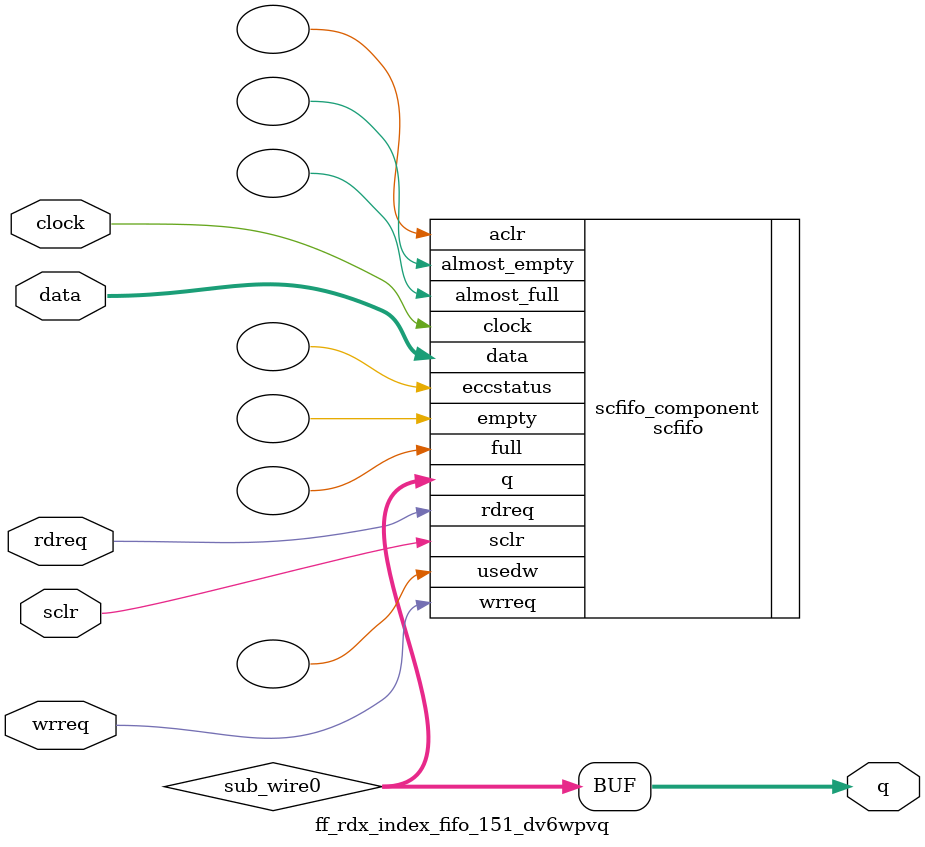
<source format=v>



`timescale 1 ps / 1 ps
// synopsys translate_on
module  ff_rdx_index_fifo_151_dv6wpvq  (
    clock,
    data,
    rdreq,
    sclr,
    wrreq,
    q);

    input    clock;
    input  [54:0]  data;
    input    rdreq;
    input    sclr;
    input    wrreq;
    output [54:0]  q;

    wire [54:0] sub_wire0;
    wire [54:0] q = sub_wire0[54:0];

    scfifo  scfifo_component (
                .clock (clock),
                .data (data),
                .rdreq (rdreq),
                .sclr (sclr),
                .wrreq (wrreq),
                .q (sub_wire0),
                .aclr (),
                .almost_empty (),
                .almost_full (),
                .eccstatus (),
                .empty (),
                .full (),
                .usedw ());
    defparam
        scfifo_component.add_ram_output_register  = "ON",
        scfifo_component.enable_ecc  = "FALSE",
        scfifo_component.intended_device_family  = "Arria 10",
        scfifo_component.lpm_hint  = "DISABLE_DCFIFO_EMBEDDED_TIMING_CONSTRAINT=TRUE",
        scfifo_component.lpm_numwords  = 64,
        scfifo_component.lpm_showahead  = "OFF",
        scfifo_component.lpm_type  = "scfifo",
        scfifo_component.lpm_width  = 55,
        scfifo_component.lpm_widthu  = 6,
        scfifo_component.overflow_checking  = "ON",
        scfifo_component.underflow_checking  = "ON",
        scfifo_component.use_eab  = "ON";


endmodule



</source>
